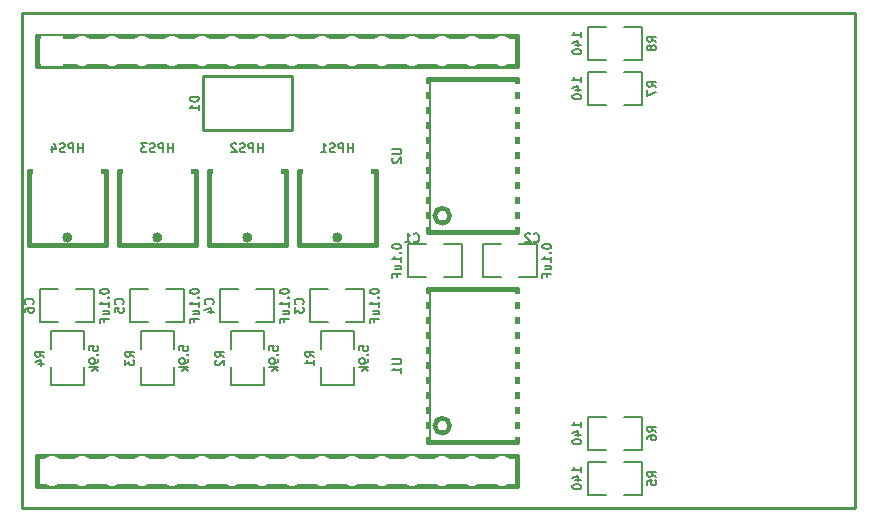
<source format=gbo>
G04 #@! TF.GenerationSoftware,KiCad,Pcbnew,6.0.0-rc1-unknown-ab92882~66~ubuntu18.04.1*
G04 #@! TF.CreationDate,2018-09-14T10:08:46-04:00*
G04 #@! TF.ProjectId,backlight_controller_3x2,6261636B6C696768745F636F6E74726F,1.0*
G04 #@! TF.SameCoordinates,Original*
G04 #@! TF.FileFunction,Legend,Bot*
G04 #@! TF.FilePolarity,Positive*
%FSLAX46Y46*%
G04 Gerber Fmt 4.6, Leading zero omitted, Abs format (unit mm)*
G04 Created by KiCad (PCBNEW 6.0.0-rc1-unknown-ab92882~66~ubuntu18.04.1) date Fri Sep 14 10:08:46 2018*
%MOMM*%
%LPD*%
G01*
G04 APERTURE LIST*
%ADD10C,0.228600*%
%ADD11C,0.127000*%
%ADD12C,0.381000*%
%ADD13C,0.190500*%
%ADD14R,1.270000X2.540000*%
%ADD15C,3.556000*%
%ADD16O,1.854200X2.540000*%
%ADD17R,1.854200X2.540000*%
%ADD18R,5.160000X4.000000*%
%ADD19R,1.640000X1.800000*%
%ADD20R,5.800000X6.400000*%
%ADD21R,0.800000X2.200000*%
%ADD22C,2.200000*%
%ADD23O,2.500000X1.500000*%
%ADD24C,3.000000*%
%ADD25O,2.032000X1.524000*%
%ADD26C,4.000000*%
%ADD27R,4.000000X3.000000*%
%ADD28O,4.000000X3.000000*%
%ADD29R,2.540000X1.270000*%
%ADD30R,2.140000X0.740000*%
G04 APERTURE END LIST*
D10*
X156210000Y-67945000D02*
X85725000Y-67945000D01*
X156210000Y-109855000D02*
X156210000Y-67945000D01*
X85725000Y-109855000D02*
X156210000Y-109855000D01*
X85725000Y-67945000D02*
X85725000Y-109855000D01*
D11*
G04 #@! TO.C,R5*
X136652000Y-105918000D02*
X138176000Y-105918000D01*
X138176000Y-105918000D02*
X138176000Y-108712000D01*
X138176000Y-108712000D02*
X136652000Y-108712000D01*
X135128000Y-108712000D02*
X133604000Y-108712000D01*
X133604000Y-108712000D02*
X133604000Y-105918000D01*
X133604000Y-105918000D02*
X135128000Y-105918000D01*
D12*
G04 #@! TO.C,MDB1*
X127635000Y-69850000D02*
X86995000Y-69850000D01*
X127635000Y-72390000D02*
X127635000Y-69850000D01*
X86995000Y-72390000D02*
X127635000Y-72390000D01*
X86995000Y-69850000D02*
X86995000Y-72390000D01*
X127635000Y-105410000D02*
X86995000Y-105410000D01*
X127635000Y-107950000D02*
X127635000Y-105410000D01*
X86995000Y-107950000D02*
X127635000Y-107950000D01*
X86995000Y-105410000D02*
X86995000Y-107950000D01*
D11*
G04 #@! TO.C,C1*
X119888000Y-90297000D02*
X118364000Y-90297000D01*
X118364000Y-90297000D02*
X118364000Y-87503000D01*
X118364000Y-87503000D02*
X119888000Y-87503000D01*
X121412000Y-87503000D02*
X122936000Y-87503000D01*
X122936000Y-87503000D02*
X122936000Y-90297000D01*
X122936000Y-90297000D02*
X121412000Y-90297000D01*
G04 #@! TO.C,C2*
X124714000Y-87503000D02*
X126238000Y-87503000D01*
X124714000Y-90297000D02*
X124714000Y-87503000D01*
X126238000Y-90297000D02*
X124714000Y-90297000D01*
X129286000Y-90297000D02*
X127762000Y-90297000D01*
X129286000Y-87503000D02*
X129286000Y-90297000D01*
X127762000Y-87503000D02*
X129286000Y-87503000D01*
G04 #@! TO.C,C3*
X113157000Y-91313000D02*
X114681000Y-91313000D01*
X114681000Y-91313000D02*
X114681000Y-94107000D01*
X114681000Y-94107000D02*
X113157000Y-94107000D01*
X111633000Y-94107000D02*
X110109000Y-94107000D01*
X110109000Y-94107000D02*
X110109000Y-91313000D01*
X110109000Y-91313000D02*
X111633000Y-91313000D01*
G04 #@! TO.C,C4*
X105537000Y-91313000D02*
X107061000Y-91313000D01*
X107061000Y-91313000D02*
X107061000Y-94107000D01*
X107061000Y-94107000D02*
X105537000Y-94107000D01*
X104013000Y-94107000D02*
X102489000Y-94107000D01*
X102489000Y-94107000D02*
X102489000Y-91313000D01*
X102489000Y-91313000D02*
X104013000Y-91313000D01*
G04 #@! TO.C,C5*
X97917000Y-91313000D02*
X99441000Y-91313000D01*
X99441000Y-91313000D02*
X99441000Y-94107000D01*
X99441000Y-94107000D02*
X97917000Y-94107000D01*
X96393000Y-94107000D02*
X94869000Y-94107000D01*
X94869000Y-94107000D02*
X94869000Y-91313000D01*
X94869000Y-91313000D02*
X96393000Y-91313000D01*
G04 #@! TO.C,C6*
X87249000Y-91313000D02*
X88773000Y-91313000D01*
X87249000Y-94107000D02*
X87249000Y-91313000D01*
X88773000Y-94107000D02*
X87249000Y-94107000D01*
X91821000Y-94107000D02*
X90297000Y-94107000D01*
X91821000Y-91313000D02*
X91821000Y-94107000D01*
X90297000Y-91313000D02*
X91821000Y-91313000D01*
D10*
G04 #@! TO.C,D1*
X108525000Y-77865000D02*
X108525000Y-73265000D01*
X108525000Y-73265000D02*
X101025000Y-73265000D01*
X101025000Y-73265000D02*
X101025000Y-77865000D01*
X101025000Y-77865000D02*
X108525000Y-77865000D01*
D12*
G04 #@! TO.C,HPS1*
X112618607Y-86935000D02*
G75*
G03X112618607Y-86935000I-223607J0D01*
G01*
X115645000Y-81345000D02*
X109145000Y-81345000D01*
X109145000Y-81345000D02*
X109145000Y-87565000D01*
X109145000Y-87565000D02*
X115645000Y-87565000D01*
X115645000Y-87565000D02*
X115645000Y-81345000D01*
G04 #@! TO.C,HPS2*
X104998607Y-86935000D02*
G75*
G03X104998607Y-86935000I-223607J0D01*
G01*
X108025000Y-81345000D02*
X101525000Y-81345000D01*
X101525000Y-81345000D02*
X101525000Y-87565000D01*
X101525000Y-87565000D02*
X108025000Y-87565000D01*
X108025000Y-87565000D02*
X108025000Y-81345000D01*
G04 #@! TO.C,HPS3*
X100405000Y-87565000D02*
X100405000Y-81345000D01*
X93905000Y-87565000D02*
X100405000Y-87565000D01*
X93905000Y-81345000D02*
X93905000Y-87565000D01*
X100405000Y-81345000D02*
X93905000Y-81345000D01*
X97378607Y-86935000D02*
G75*
G03X97378607Y-86935000I-223607J0D01*
G01*
G04 #@! TO.C,HPS4*
X92785000Y-87565000D02*
X92785000Y-81345000D01*
X86285000Y-87565000D02*
X92785000Y-87565000D01*
X86285000Y-81345000D02*
X86285000Y-87565000D01*
X92785000Y-81345000D02*
X86285000Y-81345000D01*
X89758607Y-86935000D02*
G75*
G03X89758607Y-86935000I-223607J0D01*
G01*
D11*
G04 #@! TO.C,R1*
X110998000Y-99441000D02*
X110998000Y-97917000D01*
X113792000Y-99441000D02*
X110998000Y-99441000D01*
X113792000Y-97917000D02*
X113792000Y-99441000D01*
X113792000Y-94869000D02*
X113792000Y-96393000D01*
X110998000Y-94869000D02*
X113792000Y-94869000D01*
X110998000Y-96393000D02*
X110998000Y-94869000D01*
G04 #@! TO.C,R2*
X103378000Y-99441000D02*
X103378000Y-97917000D01*
X106172000Y-99441000D02*
X103378000Y-99441000D01*
X106172000Y-97917000D02*
X106172000Y-99441000D01*
X106172000Y-94869000D02*
X106172000Y-96393000D01*
X103378000Y-94869000D02*
X106172000Y-94869000D01*
X103378000Y-96393000D02*
X103378000Y-94869000D01*
G04 #@! TO.C,R3*
X95758000Y-99441000D02*
X95758000Y-97917000D01*
X98552000Y-99441000D02*
X95758000Y-99441000D01*
X98552000Y-97917000D02*
X98552000Y-99441000D01*
X98552000Y-94869000D02*
X98552000Y-96393000D01*
X95758000Y-94869000D02*
X98552000Y-94869000D01*
X95758000Y-96393000D02*
X95758000Y-94869000D01*
G04 #@! TO.C,R4*
X88138000Y-96393000D02*
X88138000Y-94869000D01*
X88138000Y-94869000D02*
X90932000Y-94869000D01*
X90932000Y-94869000D02*
X90932000Y-96393000D01*
X90932000Y-97917000D02*
X90932000Y-99441000D01*
X90932000Y-99441000D02*
X88138000Y-99441000D01*
X88138000Y-99441000D02*
X88138000Y-97917000D01*
G04 #@! TO.C,R6*
X133604000Y-102108000D02*
X135128000Y-102108000D01*
X133604000Y-104902000D02*
X133604000Y-102108000D01*
X135128000Y-104902000D02*
X133604000Y-104902000D01*
X138176000Y-104902000D02*
X136652000Y-104902000D01*
X138176000Y-102108000D02*
X138176000Y-104902000D01*
X136652000Y-102108000D02*
X138176000Y-102108000D01*
G04 #@! TO.C,R7*
X136652000Y-72898000D02*
X138176000Y-72898000D01*
X138176000Y-72898000D02*
X138176000Y-75692000D01*
X138176000Y-75692000D02*
X136652000Y-75692000D01*
X135128000Y-75692000D02*
X133604000Y-75692000D01*
X133604000Y-75692000D02*
X133604000Y-72898000D01*
X133604000Y-72898000D02*
X135128000Y-72898000D01*
G04 #@! TO.C,R8*
X133604000Y-69088000D02*
X135128000Y-69088000D01*
X133604000Y-71882000D02*
X133604000Y-69088000D01*
X135128000Y-71882000D02*
X133604000Y-71882000D01*
X138176000Y-71882000D02*
X136652000Y-71882000D01*
X138176000Y-69088000D02*
X138176000Y-71882000D01*
X136652000Y-69088000D02*
X138176000Y-69088000D01*
D12*
G04 #@! TO.C,U1*
X121920000Y-102870000D02*
G75*
G03X121920000Y-102870000I-635000J0D01*
G01*
X120075000Y-104290000D02*
X120075000Y-91290000D01*
X120075000Y-91290000D02*
X127575000Y-91290000D01*
X127575000Y-91290000D02*
X127575000Y-104290000D01*
X127575000Y-104290000D02*
X120075000Y-104290000D01*
G04 #@! TO.C,U2*
X127575000Y-86510000D02*
X120075000Y-86510000D01*
X127575000Y-73510000D02*
X127575000Y-86510000D01*
X120075000Y-73510000D02*
X127575000Y-73510000D01*
X120075000Y-86510000D02*
X120075000Y-73510000D01*
X121920000Y-85090000D02*
G75*
G03X121920000Y-85090000I-635000J0D01*
G01*
G04 #@! TD*
G04 #@! TO.C,R5*
D13*
X139409714Y-107188000D02*
X139046857Y-106934000D01*
X139409714Y-106752571D02*
X138647714Y-106752571D01*
X138647714Y-107042857D01*
X138684000Y-107115428D01*
X138720285Y-107151714D01*
X138792857Y-107188000D01*
X138901714Y-107188000D01*
X138974285Y-107151714D01*
X139010571Y-107115428D01*
X139046857Y-107042857D01*
X139046857Y-106752571D01*
X138647714Y-107877428D02*
X138647714Y-107514571D01*
X139010571Y-107478285D01*
X138974285Y-107514571D01*
X138938000Y-107587142D01*
X138938000Y-107768571D01*
X138974285Y-107841142D01*
X139010571Y-107877428D01*
X139083142Y-107913714D01*
X139264571Y-107913714D01*
X139337142Y-107877428D01*
X139373428Y-107841142D01*
X139409714Y-107768571D01*
X139409714Y-107587142D01*
X139373428Y-107514571D01*
X139337142Y-107478285D01*
X133059714Y-106807000D02*
X133059714Y-106371571D01*
X133059714Y-106589285D02*
X132297714Y-106589285D01*
X132406571Y-106516714D01*
X132479142Y-106444142D01*
X132515428Y-106371571D01*
X132551714Y-107460142D02*
X133059714Y-107460142D01*
X132261428Y-107278714D02*
X132805714Y-107097285D01*
X132805714Y-107569000D01*
X132297714Y-108004428D02*
X132297714Y-108077000D01*
X132334000Y-108149571D01*
X132370285Y-108185857D01*
X132442857Y-108222142D01*
X132588000Y-108258428D01*
X132769428Y-108258428D01*
X132914571Y-108222142D01*
X132987142Y-108185857D01*
X133023428Y-108149571D01*
X133059714Y-108077000D01*
X133059714Y-108004428D01*
X133023428Y-107931857D01*
X132987142Y-107895571D01*
X132914571Y-107859285D01*
X132769428Y-107823000D01*
X132588000Y-107823000D01*
X132442857Y-107859285D01*
X132370285Y-107895571D01*
X132334000Y-107931857D01*
X132297714Y-108004428D01*
G04 #@! TO.C,C1*
X118872000Y-87267142D02*
X118908285Y-87303428D01*
X119017142Y-87339714D01*
X119089714Y-87339714D01*
X119198571Y-87303428D01*
X119271142Y-87230857D01*
X119307428Y-87158285D01*
X119343714Y-87013142D01*
X119343714Y-86904285D01*
X119307428Y-86759142D01*
X119271142Y-86686571D01*
X119198571Y-86614000D01*
X119089714Y-86577714D01*
X119017142Y-86577714D01*
X118908285Y-86614000D01*
X118872000Y-86650285D01*
X118146285Y-87339714D02*
X118581714Y-87339714D01*
X118364000Y-87339714D02*
X118364000Y-86577714D01*
X118436571Y-86686571D01*
X118509142Y-86759142D01*
X118581714Y-86795428D01*
X117057714Y-87648142D02*
X117057714Y-87720714D01*
X117094000Y-87793285D01*
X117130285Y-87829571D01*
X117202857Y-87865857D01*
X117348000Y-87902142D01*
X117529428Y-87902142D01*
X117674571Y-87865857D01*
X117747142Y-87829571D01*
X117783428Y-87793285D01*
X117819714Y-87720714D01*
X117819714Y-87648142D01*
X117783428Y-87575571D01*
X117747142Y-87539285D01*
X117674571Y-87503000D01*
X117529428Y-87466714D01*
X117348000Y-87466714D01*
X117202857Y-87503000D01*
X117130285Y-87539285D01*
X117094000Y-87575571D01*
X117057714Y-87648142D01*
X117747142Y-88228714D02*
X117783428Y-88265000D01*
X117819714Y-88228714D01*
X117783428Y-88192428D01*
X117747142Y-88228714D01*
X117819714Y-88228714D01*
X117819714Y-88990714D02*
X117819714Y-88555285D01*
X117819714Y-88773000D02*
X117057714Y-88773000D01*
X117166571Y-88700428D01*
X117239142Y-88627857D01*
X117275428Y-88555285D01*
X117311714Y-89643857D02*
X117819714Y-89643857D01*
X117311714Y-89317285D02*
X117710857Y-89317285D01*
X117783428Y-89353571D01*
X117819714Y-89426142D01*
X117819714Y-89535000D01*
X117783428Y-89607571D01*
X117747142Y-89643857D01*
X117420571Y-90260714D02*
X117420571Y-90006714D01*
X117819714Y-90006714D02*
X117057714Y-90006714D01*
X117057714Y-90369571D01*
G04 #@! TO.C,C2*
X129032000Y-87267142D02*
X129068285Y-87303428D01*
X129177142Y-87339714D01*
X129249714Y-87339714D01*
X129358571Y-87303428D01*
X129431142Y-87230857D01*
X129467428Y-87158285D01*
X129503714Y-87013142D01*
X129503714Y-86904285D01*
X129467428Y-86759142D01*
X129431142Y-86686571D01*
X129358571Y-86614000D01*
X129249714Y-86577714D01*
X129177142Y-86577714D01*
X129068285Y-86614000D01*
X129032000Y-86650285D01*
X128741714Y-86650285D02*
X128705428Y-86614000D01*
X128632857Y-86577714D01*
X128451428Y-86577714D01*
X128378857Y-86614000D01*
X128342571Y-86650285D01*
X128306285Y-86722857D01*
X128306285Y-86795428D01*
X128342571Y-86904285D01*
X128778000Y-87339714D01*
X128306285Y-87339714D01*
X129757714Y-87648142D02*
X129757714Y-87720714D01*
X129794000Y-87793285D01*
X129830285Y-87829571D01*
X129902857Y-87865857D01*
X130048000Y-87902142D01*
X130229428Y-87902142D01*
X130374571Y-87865857D01*
X130447142Y-87829571D01*
X130483428Y-87793285D01*
X130519714Y-87720714D01*
X130519714Y-87648142D01*
X130483428Y-87575571D01*
X130447142Y-87539285D01*
X130374571Y-87503000D01*
X130229428Y-87466714D01*
X130048000Y-87466714D01*
X129902857Y-87503000D01*
X129830285Y-87539285D01*
X129794000Y-87575571D01*
X129757714Y-87648142D01*
X130447142Y-88228714D02*
X130483428Y-88265000D01*
X130519714Y-88228714D01*
X130483428Y-88192428D01*
X130447142Y-88228714D01*
X130519714Y-88228714D01*
X130519714Y-88990714D02*
X130519714Y-88555285D01*
X130519714Y-88773000D02*
X129757714Y-88773000D01*
X129866571Y-88700428D01*
X129939142Y-88627857D01*
X129975428Y-88555285D01*
X130011714Y-89643857D02*
X130519714Y-89643857D01*
X130011714Y-89317285D02*
X130410857Y-89317285D01*
X130483428Y-89353571D01*
X130519714Y-89426142D01*
X130519714Y-89535000D01*
X130483428Y-89607571D01*
X130447142Y-89643857D01*
X130120571Y-90260714D02*
X130120571Y-90006714D01*
X130519714Y-90006714D02*
X129757714Y-90006714D01*
X129757714Y-90369571D01*
G04 #@! TO.C,C3*
X109492142Y-92583000D02*
X109528428Y-92546714D01*
X109564714Y-92437857D01*
X109564714Y-92365285D01*
X109528428Y-92256428D01*
X109455857Y-92183857D01*
X109383285Y-92147571D01*
X109238142Y-92111285D01*
X109129285Y-92111285D01*
X108984142Y-92147571D01*
X108911571Y-92183857D01*
X108839000Y-92256428D01*
X108802714Y-92365285D01*
X108802714Y-92437857D01*
X108839000Y-92546714D01*
X108875285Y-92583000D01*
X108802714Y-92837000D02*
X108802714Y-93308714D01*
X109093000Y-93054714D01*
X109093000Y-93163571D01*
X109129285Y-93236142D01*
X109165571Y-93272428D01*
X109238142Y-93308714D01*
X109419571Y-93308714D01*
X109492142Y-93272428D01*
X109528428Y-93236142D01*
X109564714Y-93163571D01*
X109564714Y-92945857D01*
X109528428Y-92873285D01*
X109492142Y-92837000D01*
X115152714Y-91458142D02*
X115152714Y-91530714D01*
X115189000Y-91603285D01*
X115225285Y-91639571D01*
X115297857Y-91675857D01*
X115443000Y-91712142D01*
X115624428Y-91712142D01*
X115769571Y-91675857D01*
X115842142Y-91639571D01*
X115878428Y-91603285D01*
X115914714Y-91530714D01*
X115914714Y-91458142D01*
X115878428Y-91385571D01*
X115842142Y-91349285D01*
X115769571Y-91313000D01*
X115624428Y-91276714D01*
X115443000Y-91276714D01*
X115297857Y-91313000D01*
X115225285Y-91349285D01*
X115189000Y-91385571D01*
X115152714Y-91458142D01*
X115842142Y-92038714D02*
X115878428Y-92075000D01*
X115914714Y-92038714D01*
X115878428Y-92002428D01*
X115842142Y-92038714D01*
X115914714Y-92038714D01*
X115914714Y-92800714D02*
X115914714Y-92365285D01*
X115914714Y-92583000D02*
X115152714Y-92583000D01*
X115261571Y-92510428D01*
X115334142Y-92437857D01*
X115370428Y-92365285D01*
X115406714Y-93453857D02*
X115914714Y-93453857D01*
X115406714Y-93127285D02*
X115805857Y-93127285D01*
X115878428Y-93163571D01*
X115914714Y-93236142D01*
X115914714Y-93345000D01*
X115878428Y-93417571D01*
X115842142Y-93453857D01*
X115515571Y-94070714D02*
X115515571Y-93816714D01*
X115914714Y-93816714D02*
X115152714Y-93816714D01*
X115152714Y-94179571D01*
G04 #@! TO.C,C4*
X101872142Y-92583000D02*
X101908428Y-92546714D01*
X101944714Y-92437857D01*
X101944714Y-92365285D01*
X101908428Y-92256428D01*
X101835857Y-92183857D01*
X101763285Y-92147571D01*
X101618142Y-92111285D01*
X101509285Y-92111285D01*
X101364142Y-92147571D01*
X101291571Y-92183857D01*
X101219000Y-92256428D01*
X101182714Y-92365285D01*
X101182714Y-92437857D01*
X101219000Y-92546714D01*
X101255285Y-92583000D01*
X101436714Y-93236142D02*
X101944714Y-93236142D01*
X101146428Y-93054714D02*
X101690714Y-92873285D01*
X101690714Y-93345000D01*
X107532714Y-91458142D02*
X107532714Y-91530714D01*
X107569000Y-91603285D01*
X107605285Y-91639571D01*
X107677857Y-91675857D01*
X107823000Y-91712142D01*
X108004428Y-91712142D01*
X108149571Y-91675857D01*
X108222142Y-91639571D01*
X108258428Y-91603285D01*
X108294714Y-91530714D01*
X108294714Y-91458142D01*
X108258428Y-91385571D01*
X108222142Y-91349285D01*
X108149571Y-91313000D01*
X108004428Y-91276714D01*
X107823000Y-91276714D01*
X107677857Y-91313000D01*
X107605285Y-91349285D01*
X107569000Y-91385571D01*
X107532714Y-91458142D01*
X108222142Y-92038714D02*
X108258428Y-92075000D01*
X108294714Y-92038714D01*
X108258428Y-92002428D01*
X108222142Y-92038714D01*
X108294714Y-92038714D01*
X108294714Y-92800714D02*
X108294714Y-92365285D01*
X108294714Y-92583000D02*
X107532714Y-92583000D01*
X107641571Y-92510428D01*
X107714142Y-92437857D01*
X107750428Y-92365285D01*
X107786714Y-93453857D02*
X108294714Y-93453857D01*
X107786714Y-93127285D02*
X108185857Y-93127285D01*
X108258428Y-93163571D01*
X108294714Y-93236142D01*
X108294714Y-93345000D01*
X108258428Y-93417571D01*
X108222142Y-93453857D01*
X107895571Y-94070714D02*
X107895571Y-93816714D01*
X108294714Y-93816714D02*
X107532714Y-93816714D01*
X107532714Y-94179571D01*
G04 #@! TO.C,C5*
X94252142Y-92583000D02*
X94288428Y-92546714D01*
X94324714Y-92437857D01*
X94324714Y-92365285D01*
X94288428Y-92256428D01*
X94215857Y-92183857D01*
X94143285Y-92147571D01*
X93998142Y-92111285D01*
X93889285Y-92111285D01*
X93744142Y-92147571D01*
X93671571Y-92183857D01*
X93599000Y-92256428D01*
X93562714Y-92365285D01*
X93562714Y-92437857D01*
X93599000Y-92546714D01*
X93635285Y-92583000D01*
X93562714Y-93272428D02*
X93562714Y-92909571D01*
X93925571Y-92873285D01*
X93889285Y-92909571D01*
X93853000Y-92982142D01*
X93853000Y-93163571D01*
X93889285Y-93236142D01*
X93925571Y-93272428D01*
X93998142Y-93308714D01*
X94179571Y-93308714D01*
X94252142Y-93272428D01*
X94288428Y-93236142D01*
X94324714Y-93163571D01*
X94324714Y-92982142D01*
X94288428Y-92909571D01*
X94252142Y-92873285D01*
X99912714Y-91458142D02*
X99912714Y-91530714D01*
X99949000Y-91603285D01*
X99985285Y-91639571D01*
X100057857Y-91675857D01*
X100203000Y-91712142D01*
X100384428Y-91712142D01*
X100529571Y-91675857D01*
X100602142Y-91639571D01*
X100638428Y-91603285D01*
X100674714Y-91530714D01*
X100674714Y-91458142D01*
X100638428Y-91385571D01*
X100602142Y-91349285D01*
X100529571Y-91313000D01*
X100384428Y-91276714D01*
X100203000Y-91276714D01*
X100057857Y-91313000D01*
X99985285Y-91349285D01*
X99949000Y-91385571D01*
X99912714Y-91458142D01*
X100602142Y-92038714D02*
X100638428Y-92075000D01*
X100674714Y-92038714D01*
X100638428Y-92002428D01*
X100602142Y-92038714D01*
X100674714Y-92038714D01*
X100674714Y-92800714D02*
X100674714Y-92365285D01*
X100674714Y-92583000D02*
X99912714Y-92583000D01*
X100021571Y-92510428D01*
X100094142Y-92437857D01*
X100130428Y-92365285D01*
X100166714Y-93453857D02*
X100674714Y-93453857D01*
X100166714Y-93127285D02*
X100565857Y-93127285D01*
X100638428Y-93163571D01*
X100674714Y-93236142D01*
X100674714Y-93345000D01*
X100638428Y-93417571D01*
X100602142Y-93453857D01*
X100275571Y-94070714D02*
X100275571Y-93816714D01*
X100674714Y-93816714D02*
X99912714Y-93816714D01*
X99912714Y-94179571D01*
G04 #@! TO.C,C6*
X86632142Y-92583000D02*
X86668428Y-92546714D01*
X86704714Y-92437857D01*
X86704714Y-92365285D01*
X86668428Y-92256428D01*
X86595857Y-92183857D01*
X86523285Y-92147571D01*
X86378142Y-92111285D01*
X86269285Y-92111285D01*
X86124142Y-92147571D01*
X86051571Y-92183857D01*
X85979000Y-92256428D01*
X85942714Y-92365285D01*
X85942714Y-92437857D01*
X85979000Y-92546714D01*
X86015285Y-92583000D01*
X85942714Y-93236142D02*
X85942714Y-93091000D01*
X85979000Y-93018428D01*
X86015285Y-92982142D01*
X86124142Y-92909571D01*
X86269285Y-92873285D01*
X86559571Y-92873285D01*
X86632142Y-92909571D01*
X86668428Y-92945857D01*
X86704714Y-93018428D01*
X86704714Y-93163571D01*
X86668428Y-93236142D01*
X86632142Y-93272428D01*
X86559571Y-93308714D01*
X86378142Y-93308714D01*
X86305571Y-93272428D01*
X86269285Y-93236142D01*
X86233000Y-93163571D01*
X86233000Y-93018428D01*
X86269285Y-92945857D01*
X86305571Y-92909571D01*
X86378142Y-92873285D01*
X92292714Y-91458142D02*
X92292714Y-91530714D01*
X92329000Y-91603285D01*
X92365285Y-91639571D01*
X92437857Y-91675857D01*
X92583000Y-91712142D01*
X92764428Y-91712142D01*
X92909571Y-91675857D01*
X92982142Y-91639571D01*
X93018428Y-91603285D01*
X93054714Y-91530714D01*
X93054714Y-91458142D01*
X93018428Y-91385571D01*
X92982142Y-91349285D01*
X92909571Y-91313000D01*
X92764428Y-91276714D01*
X92583000Y-91276714D01*
X92437857Y-91313000D01*
X92365285Y-91349285D01*
X92329000Y-91385571D01*
X92292714Y-91458142D01*
X92982142Y-92038714D02*
X93018428Y-92075000D01*
X93054714Y-92038714D01*
X93018428Y-92002428D01*
X92982142Y-92038714D01*
X93054714Y-92038714D01*
X93054714Y-92800714D02*
X93054714Y-92365285D01*
X93054714Y-92583000D02*
X92292714Y-92583000D01*
X92401571Y-92510428D01*
X92474142Y-92437857D01*
X92510428Y-92365285D01*
X92546714Y-93453857D02*
X93054714Y-93453857D01*
X92546714Y-93127285D02*
X92945857Y-93127285D01*
X93018428Y-93163571D01*
X93054714Y-93236142D01*
X93054714Y-93345000D01*
X93018428Y-93417571D01*
X92982142Y-93453857D01*
X92655571Y-94070714D02*
X92655571Y-93816714D01*
X93054714Y-93816714D02*
X92292714Y-93816714D01*
X92292714Y-94179571D01*
G04 #@! TO.C,D1*
X100674714Y-75002571D02*
X99912714Y-75002571D01*
X99912714Y-75184000D01*
X99949000Y-75292857D01*
X100021571Y-75365428D01*
X100094142Y-75401714D01*
X100239285Y-75438000D01*
X100348142Y-75438000D01*
X100493285Y-75401714D01*
X100565857Y-75365428D01*
X100638428Y-75292857D01*
X100674714Y-75184000D01*
X100674714Y-75002571D01*
X100674714Y-76163714D02*
X100674714Y-75728285D01*
X100674714Y-75946000D02*
X99912714Y-75946000D01*
X100021571Y-75873428D01*
X100094142Y-75800857D01*
X100130428Y-75728285D01*
G04 #@! TO.C,HPS1*
X113719428Y-79719714D02*
X113719428Y-78957714D01*
X113719428Y-79320571D02*
X113284000Y-79320571D01*
X113284000Y-79719714D02*
X113284000Y-78957714D01*
X112921142Y-79719714D02*
X112921142Y-78957714D01*
X112630857Y-78957714D01*
X112558285Y-78994000D01*
X112522000Y-79030285D01*
X112485714Y-79102857D01*
X112485714Y-79211714D01*
X112522000Y-79284285D01*
X112558285Y-79320571D01*
X112630857Y-79356857D01*
X112921142Y-79356857D01*
X112195428Y-79683428D02*
X112086571Y-79719714D01*
X111905142Y-79719714D01*
X111832571Y-79683428D01*
X111796285Y-79647142D01*
X111760000Y-79574571D01*
X111760000Y-79502000D01*
X111796285Y-79429428D01*
X111832571Y-79393142D01*
X111905142Y-79356857D01*
X112050285Y-79320571D01*
X112122857Y-79284285D01*
X112159142Y-79248000D01*
X112195428Y-79175428D01*
X112195428Y-79102857D01*
X112159142Y-79030285D01*
X112122857Y-78994000D01*
X112050285Y-78957714D01*
X111868857Y-78957714D01*
X111760000Y-78994000D01*
X111034285Y-79719714D02*
X111469714Y-79719714D01*
X111252000Y-79719714D02*
X111252000Y-78957714D01*
X111324571Y-79066571D01*
X111397142Y-79139142D01*
X111469714Y-79175428D01*
G04 #@! TO.C,HPS2*
X106099428Y-79719714D02*
X106099428Y-78957714D01*
X106099428Y-79320571D02*
X105664000Y-79320571D01*
X105664000Y-79719714D02*
X105664000Y-78957714D01*
X105301142Y-79719714D02*
X105301142Y-78957714D01*
X105010857Y-78957714D01*
X104938285Y-78994000D01*
X104902000Y-79030285D01*
X104865714Y-79102857D01*
X104865714Y-79211714D01*
X104902000Y-79284285D01*
X104938285Y-79320571D01*
X105010857Y-79356857D01*
X105301142Y-79356857D01*
X104575428Y-79683428D02*
X104466571Y-79719714D01*
X104285142Y-79719714D01*
X104212571Y-79683428D01*
X104176285Y-79647142D01*
X104140000Y-79574571D01*
X104140000Y-79502000D01*
X104176285Y-79429428D01*
X104212571Y-79393142D01*
X104285142Y-79356857D01*
X104430285Y-79320571D01*
X104502857Y-79284285D01*
X104539142Y-79248000D01*
X104575428Y-79175428D01*
X104575428Y-79102857D01*
X104539142Y-79030285D01*
X104502857Y-78994000D01*
X104430285Y-78957714D01*
X104248857Y-78957714D01*
X104140000Y-78994000D01*
X103849714Y-79030285D02*
X103813428Y-78994000D01*
X103740857Y-78957714D01*
X103559428Y-78957714D01*
X103486857Y-78994000D01*
X103450571Y-79030285D01*
X103414285Y-79102857D01*
X103414285Y-79175428D01*
X103450571Y-79284285D01*
X103886000Y-79719714D01*
X103414285Y-79719714D01*
G04 #@! TO.C,HPS3*
X98479428Y-79719714D02*
X98479428Y-78957714D01*
X98479428Y-79320571D02*
X98044000Y-79320571D01*
X98044000Y-79719714D02*
X98044000Y-78957714D01*
X97681142Y-79719714D02*
X97681142Y-78957714D01*
X97390857Y-78957714D01*
X97318285Y-78994000D01*
X97282000Y-79030285D01*
X97245714Y-79102857D01*
X97245714Y-79211714D01*
X97282000Y-79284285D01*
X97318285Y-79320571D01*
X97390857Y-79356857D01*
X97681142Y-79356857D01*
X96955428Y-79683428D02*
X96846571Y-79719714D01*
X96665142Y-79719714D01*
X96592571Y-79683428D01*
X96556285Y-79647142D01*
X96520000Y-79574571D01*
X96520000Y-79502000D01*
X96556285Y-79429428D01*
X96592571Y-79393142D01*
X96665142Y-79356857D01*
X96810285Y-79320571D01*
X96882857Y-79284285D01*
X96919142Y-79248000D01*
X96955428Y-79175428D01*
X96955428Y-79102857D01*
X96919142Y-79030285D01*
X96882857Y-78994000D01*
X96810285Y-78957714D01*
X96628857Y-78957714D01*
X96520000Y-78994000D01*
X96266000Y-78957714D02*
X95794285Y-78957714D01*
X96048285Y-79248000D01*
X95939428Y-79248000D01*
X95866857Y-79284285D01*
X95830571Y-79320571D01*
X95794285Y-79393142D01*
X95794285Y-79574571D01*
X95830571Y-79647142D01*
X95866857Y-79683428D01*
X95939428Y-79719714D01*
X96157142Y-79719714D01*
X96229714Y-79683428D01*
X96266000Y-79647142D01*
G04 #@! TO.C,HPS4*
X90859428Y-79719714D02*
X90859428Y-78957714D01*
X90859428Y-79320571D02*
X90424000Y-79320571D01*
X90424000Y-79719714D02*
X90424000Y-78957714D01*
X90061142Y-79719714D02*
X90061142Y-78957714D01*
X89770857Y-78957714D01*
X89698285Y-78994000D01*
X89662000Y-79030285D01*
X89625714Y-79102857D01*
X89625714Y-79211714D01*
X89662000Y-79284285D01*
X89698285Y-79320571D01*
X89770857Y-79356857D01*
X90061142Y-79356857D01*
X89335428Y-79683428D02*
X89226571Y-79719714D01*
X89045142Y-79719714D01*
X88972571Y-79683428D01*
X88936285Y-79647142D01*
X88900000Y-79574571D01*
X88900000Y-79502000D01*
X88936285Y-79429428D01*
X88972571Y-79393142D01*
X89045142Y-79356857D01*
X89190285Y-79320571D01*
X89262857Y-79284285D01*
X89299142Y-79248000D01*
X89335428Y-79175428D01*
X89335428Y-79102857D01*
X89299142Y-79030285D01*
X89262857Y-78994000D01*
X89190285Y-78957714D01*
X89008857Y-78957714D01*
X88900000Y-78994000D01*
X88246857Y-79211714D02*
X88246857Y-79719714D01*
X88428285Y-78921428D02*
X88609714Y-79465714D01*
X88138000Y-79465714D01*
G04 #@! TO.C,R1*
X110453714Y-97028000D02*
X110090857Y-96774000D01*
X110453714Y-96592571D02*
X109691714Y-96592571D01*
X109691714Y-96882857D01*
X109728000Y-96955428D01*
X109764285Y-96991714D01*
X109836857Y-97028000D01*
X109945714Y-97028000D01*
X110018285Y-96991714D01*
X110054571Y-96955428D01*
X110090857Y-96882857D01*
X110090857Y-96592571D01*
X110453714Y-97753714D02*
X110453714Y-97318285D01*
X110453714Y-97536000D02*
X109691714Y-97536000D01*
X109800571Y-97463428D01*
X109873142Y-97390857D01*
X109909428Y-97318285D01*
X114263714Y-96483714D02*
X114263714Y-96120857D01*
X114626571Y-96084571D01*
X114590285Y-96120857D01*
X114554000Y-96193428D01*
X114554000Y-96374857D01*
X114590285Y-96447428D01*
X114626571Y-96483714D01*
X114699142Y-96520000D01*
X114880571Y-96520000D01*
X114953142Y-96483714D01*
X114989428Y-96447428D01*
X115025714Y-96374857D01*
X115025714Y-96193428D01*
X114989428Y-96120857D01*
X114953142Y-96084571D01*
X114953142Y-96846571D02*
X114989428Y-96882857D01*
X115025714Y-96846571D01*
X114989428Y-96810285D01*
X114953142Y-96846571D01*
X115025714Y-96846571D01*
X115025714Y-97245714D02*
X115025714Y-97390857D01*
X114989428Y-97463428D01*
X114953142Y-97499714D01*
X114844285Y-97572285D01*
X114699142Y-97608571D01*
X114408857Y-97608571D01*
X114336285Y-97572285D01*
X114300000Y-97536000D01*
X114263714Y-97463428D01*
X114263714Y-97318285D01*
X114300000Y-97245714D01*
X114336285Y-97209428D01*
X114408857Y-97173142D01*
X114590285Y-97173142D01*
X114662857Y-97209428D01*
X114699142Y-97245714D01*
X114735428Y-97318285D01*
X114735428Y-97463428D01*
X114699142Y-97536000D01*
X114662857Y-97572285D01*
X114590285Y-97608571D01*
X115025714Y-97935142D02*
X114263714Y-97935142D01*
X114735428Y-98007714D02*
X115025714Y-98225428D01*
X114517714Y-98225428D02*
X114808000Y-97935142D01*
G04 #@! TO.C,R2*
X102833714Y-97028000D02*
X102470857Y-96774000D01*
X102833714Y-96592571D02*
X102071714Y-96592571D01*
X102071714Y-96882857D01*
X102108000Y-96955428D01*
X102144285Y-96991714D01*
X102216857Y-97028000D01*
X102325714Y-97028000D01*
X102398285Y-96991714D01*
X102434571Y-96955428D01*
X102470857Y-96882857D01*
X102470857Y-96592571D01*
X102144285Y-97318285D02*
X102108000Y-97354571D01*
X102071714Y-97427142D01*
X102071714Y-97608571D01*
X102108000Y-97681142D01*
X102144285Y-97717428D01*
X102216857Y-97753714D01*
X102289428Y-97753714D01*
X102398285Y-97717428D01*
X102833714Y-97282000D01*
X102833714Y-97753714D01*
X106643714Y-96483714D02*
X106643714Y-96120857D01*
X107006571Y-96084571D01*
X106970285Y-96120857D01*
X106934000Y-96193428D01*
X106934000Y-96374857D01*
X106970285Y-96447428D01*
X107006571Y-96483714D01*
X107079142Y-96520000D01*
X107260571Y-96520000D01*
X107333142Y-96483714D01*
X107369428Y-96447428D01*
X107405714Y-96374857D01*
X107405714Y-96193428D01*
X107369428Y-96120857D01*
X107333142Y-96084571D01*
X107333142Y-96846571D02*
X107369428Y-96882857D01*
X107405714Y-96846571D01*
X107369428Y-96810285D01*
X107333142Y-96846571D01*
X107405714Y-96846571D01*
X107405714Y-97245714D02*
X107405714Y-97390857D01*
X107369428Y-97463428D01*
X107333142Y-97499714D01*
X107224285Y-97572285D01*
X107079142Y-97608571D01*
X106788857Y-97608571D01*
X106716285Y-97572285D01*
X106680000Y-97536000D01*
X106643714Y-97463428D01*
X106643714Y-97318285D01*
X106680000Y-97245714D01*
X106716285Y-97209428D01*
X106788857Y-97173142D01*
X106970285Y-97173142D01*
X107042857Y-97209428D01*
X107079142Y-97245714D01*
X107115428Y-97318285D01*
X107115428Y-97463428D01*
X107079142Y-97536000D01*
X107042857Y-97572285D01*
X106970285Y-97608571D01*
X107405714Y-97935142D02*
X106643714Y-97935142D01*
X107115428Y-98007714D02*
X107405714Y-98225428D01*
X106897714Y-98225428D02*
X107188000Y-97935142D01*
G04 #@! TO.C,R3*
X95213714Y-97028000D02*
X94850857Y-96774000D01*
X95213714Y-96592571D02*
X94451714Y-96592571D01*
X94451714Y-96882857D01*
X94488000Y-96955428D01*
X94524285Y-96991714D01*
X94596857Y-97028000D01*
X94705714Y-97028000D01*
X94778285Y-96991714D01*
X94814571Y-96955428D01*
X94850857Y-96882857D01*
X94850857Y-96592571D01*
X94451714Y-97282000D02*
X94451714Y-97753714D01*
X94742000Y-97499714D01*
X94742000Y-97608571D01*
X94778285Y-97681142D01*
X94814571Y-97717428D01*
X94887142Y-97753714D01*
X95068571Y-97753714D01*
X95141142Y-97717428D01*
X95177428Y-97681142D01*
X95213714Y-97608571D01*
X95213714Y-97390857D01*
X95177428Y-97318285D01*
X95141142Y-97282000D01*
X99023714Y-96483714D02*
X99023714Y-96120857D01*
X99386571Y-96084571D01*
X99350285Y-96120857D01*
X99314000Y-96193428D01*
X99314000Y-96374857D01*
X99350285Y-96447428D01*
X99386571Y-96483714D01*
X99459142Y-96520000D01*
X99640571Y-96520000D01*
X99713142Y-96483714D01*
X99749428Y-96447428D01*
X99785714Y-96374857D01*
X99785714Y-96193428D01*
X99749428Y-96120857D01*
X99713142Y-96084571D01*
X99713142Y-96846571D02*
X99749428Y-96882857D01*
X99785714Y-96846571D01*
X99749428Y-96810285D01*
X99713142Y-96846571D01*
X99785714Y-96846571D01*
X99785714Y-97245714D02*
X99785714Y-97390857D01*
X99749428Y-97463428D01*
X99713142Y-97499714D01*
X99604285Y-97572285D01*
X99459142Y-97608571D01*
X99168857Y-97608571D01*
X99096285Y-97572285D01*
X99060000Y-97536000D01*
X99023714Y-97463428D01*
X99023714Y-97318285D01*
X99060000Y-97245714D01*
X99096285Y-97209428D01*
X99168857Y-97173142D01*
X99350285Y-97173142D01*
X99422857Y-97209428D01*
X99459142Y-97245714D01*
X99495428Y-97318285D01*
X99495428Y-97463428D01*
X99459142Y-97536000D01*
X99422857Y-97572285D01*
X99350285Y-97608571D01*
X99785714Y-97935142D02*
X99023714Y-97935142D01*
X99495428Y-98007714D02*
X99785714Y-98225428D01*
X99277714Y-98225428D02*
X99568000Y-97935142D01*
G04 #@! TO.C,R4*
X87593714Y-97028000D02*
X87230857Y-96774000D01*
X87593714Y-96592571D02*
X86831714Y-96592571D01*
X86831714Y-96882857D01*
X86868000Y-96955428D01*
X86904285Y-96991714D01*
X86976857Y-97028000D01*
X87085714Y-97028000D01*
X87158285Y-96991714D01*
X87194571Y-96955428D01*
X87230857Y-96882857D01*
X87230857Y-96592571D01*
X87085714Y-97681142D02*
X87593714Y-97681142D01*
X86795428Y-97499714D02*
X87339714Y-97318285D01*
X87339714Y-97790000D01*
X91403714Y-96483714D02*
X91403714Y-96120857D01*
X91766571Y-96084571D01*
X91730285Y-96120857D01*
X91694000Y-96193428D01*
X91694000Y-96374857D01*
X91730285Y-96447428D01*
X91766571Y-96483714D01*
X91839142Y-96520000D01*
X92020571Y-96520000D01*
X92093142Y-96483714D01*
X92129428Y-96447428D01*
X92165714Y-96374857D01*
X92165714Y-96193428D01*
X92129428Y-96120857D01*
X92093142Y-96084571D01*
X92093142Y-96846571D02*
X92129428Y-96882857D01*
X92165714Y-96846571D01*
X92129428Y-96810285D01*
X92093142Y-96846571D01*
X92165714Y-96846571D01*
X92165714Y-97245714D02*
X92165714Y-97390857D01*
X92129428Y-97463428D01*
X92093142Y-97499714D01*
X91984285Y-97572285D01*
X91839142Y-97608571D01*
X91548857Y-97608571D01*
X91476285Y-97572285D01*
X91440000Y-97536000D01*
X91403714Y-97463428D01*
X91403714Y-97318285D01*
X91440000Y-97245714D01*
X91476285Y-97209428D01*
X91548857Y-97173142D01*
X91730285Y-97173142D01*
X91802857Y-97209428D01*
X91839142Y-97245714D01*
X91875428Y-97318285D01*
X91875428Y-97463428D01*
X91839142Y-97536000D01*
X91802857Y-97572285D01*
X91730285Y-97608571D01*
X92165714Y-97935142D02*
X91403714Y-97935142D01*
X91875428Y-98007714D02*
X92165714Y-98225428D01*
X91657714Y-98225428D02*
X91948000Y-97935142D01*
G04 #@! TO.C,R6*
X139409714Y-103378000D02*
X139046857Y-103124000D01*
X139409714Y-102942571D02*
X138647714Y-102942571D01*
X138647714Y-103232857D01*
X138684000Y-103305428D01*
X138720285Y-103341714D01*
X138792857Y-103378000D01*
X138901714Y-103378000D01*
X138974285Y-103341714D01*
X139010571Y-103305428D01*
X139046857Y-103232857D01*
X139046857Y-102942571D01*
X138647714Y-104031142D02*
X138647714Y-103886000D01*
X138684000Y-103813428D01*
X138720285Y-103777142D01*
X138829142Y-103704571D01*
X138974285Y-103668285D01*
X139264571Y-103668285D01*
X139337142Y-103704571D01*
X139373428Y-103740857D01*
X139409714Y-103813428D01*
X139409714Y-103958571D01*
X139373428Y-104031142D01*
X139337142Y-104067428D01*
X139264571Y-104103714D01*
X139083142Y-104103714D01*
X139010571Y-104067428D01*
X138974285Y-104031142D01*
X138938000Y-103958571D01*
X138938000Y-103813428D01*
X138974285Y-103740857D01*
X139010571Y-103704571D01*
X139083142Y-103668285D01*
X133059714Y-102997000D02*
X133059714Y-102561571D01*
X133059714Y-102779285D02*
X132297714Y-102779285D01*
X132406571Y-102706714D01*
X132479142Y-102634142D01*
X132515428Y-102561571D01*
X132551714Y-103650142D02*
X133059714Y-103650142D01*
X132261428Y-103468714D02*
X132805714Y-103287285D01*
X132805714Y-103759000D01*
X132297714Y-104194428D02*
X132297714Y-104267000D01*
X132334000Y-104339571D01*
X132370285Y-104375857D01*
X132442857Y-104412142D01*
X132588000Y-104448428D01*
X132769428Y-104448428D01*
X132914571Y-104412142D01*
X132987142Y-104375857D01*
X133023428Y-104339571D01*
X133059714Y-104267000D01*
X133059714Y-104194428D01*
X133023428Y-104121857D01*
X132987142Y-104085571D01*
X132914571Y-104049285D01*
X132769428Y-104013000D01*
X132588000Y-104013000D01*
X132442857Y-104049285D01*
X132370285Y-104085571D01*
X132334000Y-104121857D01*
X132297714Y-104194428D01*
G04 #@! TO.C,R7*
X139409714Y-74168000D02*
X139046857Y-73914000D01*
X139409714Y-73732571D02*
X138647714Y-73732571D01*
X138647714Y-74022857D01*
X138684000Y-74095428D01*
X138720285Y-74131714D01*
X138792857Y-74168000D01*
X138901714Y-74168000D01*
X138974285Y-74131714D01*
X139010571Y-74095428D01*
X139046857Y-74022857D01*
X139046857Y-73732571D01*
X138647714Y-74422000D02*
X138647714Y-74930000D01*
X139409714Y-74603428D01*
X133059714Y-73787000D02*
X133059714Y-73351571D01*
X133059714Y-73569285D02*
X132297714Y-73569285D01*
X132406571Y-73496714D01*
X132479142Y-73424142D01*
X132515428Y-73351571D01*
X132551714Y-74440142D02*
X133059714Y-74440142D01*
X132261428Y-74258714D02*
X132805714Y-74077285D01*
X132805714Y-74549000D01*
X132297714Y-74984428D02*
X132297714Y-75057000D01*
X132334000Y-75129571D01*
X132370285Y-75165857D01*
X132442857Y-75202142D01*
X132588000Y-75238428D01*
X132769428Y-75238428D01*
X132914571Y-75202142D01*
X132987142Y-75165857D01*
X133023428Y-75129571D01*
X133059714Y-75057000D01*
X133059714Y-74984428D01*
X133023428Y-74911857D01*
X132987142Y-74875571D01*
X132914571Y-74839285D01*
X132769428Y-74803000D01*
X132588000Y-74803000D01*
X132442857Y-74839285D01*
X132370285Y-74875571D01*
X132334000Y-74911857D01*
X132297714Y-74984428D01*
G04 #@! TO.C,R8*
X139409714Y-70358000D02*
X139046857Y-70104000D01*
X139409714Y-69922571D02*
X138647714Y-69922571D01*
X138647714Y-70212857D01*
X138684000Y-70285428D01*
X138720285Y-70321714D01*
X138792857Y-70358000D01*
X138901714Y-70358000D01*
X138974285Y-70321714D01*
X139010571Y-70285428D01*
X139046857Y-70212857D01*
X139046857Y-69922571D01*
X138974285Y-70793428D02*
X138938000Y-70720857D01*
X138901714Y-70684571D01*
X138829142Y-70648285D01*
X138792857Y-70648285D01*
X138720285Y-70684571D01*
X138684000Y-70720857D01*
X138647714Y-70793428D01*
X138647714Y-70938571D01*
X138684000Y-71011142D01*
X138720285Y-71047428D01*
X138792857Y-71083714D01*
X138829142Y-71083714D01*
X138901714Y-71047428D01*
X138938000Y-71011142D01*
X138974285Y-70938571D01*
X138974285Y-70793428D01*
X139010571Y-70720857D01*
X139046857Y-70684571D01*
X139119428Y-70648285D01*
X139264571Y-70648285D01*
X139337142Y-70684571D01*
X139373428Y-70720857D01*
X139409714Y-70793428D01*
X139409714Y-70938571D01*
X139373428Y-71011142D01*
X139337142Y-71047428D01*
X139264571Y-71083714D01*
X139119428Y-71083714D01*
X139046857Y-71047428D01*
X139010571Y-71011142D01*
X138974285Y-70938571D01*
X133059714Y-69977000D02*
X133059714Y-69541571D01*
X133059714Y-69759285D02*
X132297714Y-69759285D01*
X132406571Y-69686714D01*
X132479142Y-69614142D01*
X132515428Y-69541571D01*
X132551714Y-70630142D02*
X133059714Y-70630142D01*
X132261428Y-70448714D02*
X132805714Y-70267285D01*
X132805714Y-70739000D01*
X132297714Y-71174428D02*
X132297714Y-71247000D01*
X132334000Y-71319571D01*
X132370285Y-71355857D01*
X132442857Y-71392142D01*
X132588000Y-71428428D01*
X132769428Y-71428428D01*
X132914571Y-71392142D01*
X132987142Y-71355857D01*
X133023428Y-71319571D01*
X133059714Y-71247000D01*
X133059714Y-71174428D01*
X133023428Y-71101857D01*
X132987142Y-71065571D01*
X132914571Y-71029285D01*
X132769428Y-70993000D01*
X132588000Y-70993000D01*
X132442857Y-71029285D01*
X132370285Y-71065571D01*
X132334000Y-71101857D01*
X132297714Y-71174428D01*
G04 #@! TO.C,U1*
X117057714Y-97209428D02*
X117674571Y-97209428D01*
X117747142Y-97245714D01*
X117783428Y-97282000D01*
X117819714Y-97354571D01*
X117819714Y-97499714D01*
X117783428Y-97572285D01*
X117747142Y-97608571D01*
X117674571Y-97644857D01*
X117057714Y-97644857D01*
X117819714Y-98406857D02*
X117819714Y-97971428D01*
X117819714Y-98189142D02*
X117057714Y-98189142D01*
X117166571Y-98116571D01*
X117239142Y-98044000D01*
X117275428Y-97971428D01*
G04 #@! TO.C,U2*
X117057714Y-79429428D02*
X117674571Y-79429428D01*
X117747142Y-79465714D01*
X117783428Y-79502000D01*
X117819714Y-79574571D01*
X117819714Y-79719714D01*
X117783428Y-79792285D01*
X117747142Y-79828571D01*
X117674571Y-79864857D01*
X117057714Y-79864857D01*
X117130285Y-80191428D02*
X117094000Y-80227714D01*
X117057714Y-80300285D01*
X117057714Y-80481714D01*
X117094000Y-80554285D01*
X117130285Y-80590571D01*
X117202857Y-80626857D01*
X117275428Y-80626857D01*
X117384285Y-80590571D01*
X117819714Y-80155142D01*
X117819714Y-80626857D01*
G04 #@! TD*
%LPC*%
D14*
G04 #@! TO.C,R5*
X137414000Y-107315000D03*
X134366000Y-107315000D03*
G04 #@! TD*
D15*
G04 #@! TO.C,MDB1*
X130175000Y-71120000D03*
X130175000Y-106680000D03*
X89535000Y-101600000D03*
X89535000Y-76200000D03*
D16*
X88265000Y-106680000D03*
X90805000Y-106680000D03*
X93345000Y-106680000D03*
X95885000Y-106680000D03*
X98425000Y-106680000D03*
X100965000Y-106680000D03*
X103505000Y-106680000D03*
X106045000Y-106680000D03*
X108585000Y-106680000D03*
X111125000Y-106680000D03*
X113665000Y-106680000D03*
X116205000Y-106680000D03*
X118745000Y-106680000D03*
X121285000Y-106680000D03*
X123825000Y-106680000D03*
X126365000Y-106680000D03*
X126365000Y-71120000D03*
X123825000Y-71120000D03*
X121285000Y-71120000D03*
X118745000Y-71120000D03*
X116205000Y-71120000D03*
X113665000Y-71120000D03*
X111125000Y-71120000D03*
X108585000Y-71120000D03*
X106045000Y-71120000D03*
X103505000Y-71120000D03*
X100965000Y-71120000D03*
X98425000Y-71120000D03*
X95885000Y-71120000D03*
D17*
X88265000Y-71120000D03*
D16*
X93345000Y-71120000D03*
X90805000Y-71120000D03*
G04 #@! TD*
D14*
G04 #@! TO.C,C1*
X119126000Y-88900000D03*
X122174000Y-88900000D03*
G04 #@! TD*
G04 #@! TO.C,C2*
X125476000Y-88900000D03*
X128524000Y-88900000D03*
G04 #@! TD*
G04 #@! TO.C,C3*
X113919000Y-92710000D03*
X110871000Y-92710000D03*
G04 #@! TD*
G04 #@! TO.C,C4*
X106299000Y-92710000D03*
X103251000Y-92710000D03*
G04 #@! TD*
G04 #@! TO.C,C5*
X98679000Y-92710000D03*
X95631000Y-92710000D03*
G04 #@! TD*
G04 #@! TO.C,C6*
X88011000Y-92710000D03*
X91059000Y-92710000D03*
G04 #@! TD*
D18*
G04 #@! TO.C,D1*
X103755000Y-75565000D03*
D19*
X107555000Y-76630000D03*
X107555000Y-74500000D03*
G04 #@! TD*
D20*
G04 #@! TO.C,HPS1*
X112395000Y-83235000D03*
D21*
X114675000Y-89535000D03*
X113535000Y-89535000D03*
X111255000Y-89535000D03*
X110115000Y-89535000D03*
G04 #@! TD*
D20*
G04 #@! TO.C,HPS2*
X104775000Y-83235000D03*
D21*
X107055000Y-89535000D03*
X105915000Y-89535000D03*
X103635000Y-89535000D03*
X102495000Y-89535000D03*
G04 #@! TD*
G04 #@! TO.C,HPS3*
X94875000Y-89535000D03*
X96015000Y-89535000D03*
X98295000Y-89535000D03*
X99435000Y-89535000D03*
D20*
X97155000Y-83235000D03*
G04 #@! TD*
D21*
G04 #@! TO.C,HPS4*
X87255000Y-89535000D03*
X88395000Y-89535000D03*
X90675000Y-89535000D03*
X91815000Y-89535000D03*
D20*
X89535000Y-83235000D03*
G04 #@! TD*
D22*
G04 #@! TO.C,J1*
X97992000Y-101400000D03*
X97992000Y-76400000D03*
G04 #@! TD*
G04 #@! TO.C,J2*
X116788000Y-101400000D03*
X116788000Y-76400000D03*
G04 #@! TD*
D23*
G04 #@! TO.C,J3*
X151130000Y-72390000D03*
X149362200Y-74157800D03*
X149362200Y-70622200D03*
X152897800Y-70622200D03*
X152897800Y-74157800D03*
D24*
X144130000Y-72390000D03*
G04 #@! TD*
G04 #@! TO.C,J4*
X144130000Y-105410000D03*
D23*
X152897800Y-107177800D03*
X152897800Y-103642200D03*
X149362200Y-103642200D03*
X149362200Y-107177800D03*
X151130000Y-105410000D03*
G04 #@! TD*
D25*
G04 #@! TO.C,L1*
X144780000Y-96520000D03*
X139700000Y-96520000D03*
G04 #@! TD*
G04 #@! TO.C,L2*
X137160000Y-97790000D03*
X132080000Y-97790000D03*
G04 #@! TD*
G04 #@! TO.C,L3*
X132080000Y-95250000D03*
X137160000Y-95250000D03*
G04 #@! TD*
G04 #@! TO.C,L4*
X137160000Y-92710000D03*
X132080000Y-92710000D03*
G04 #@! TD*
G04 #@! TO.C,L5*
X132080000Y-90170000D03*
X137160000Y-90170000D03*
G04 #@! TD*
G04 #@! TO.C,L6*
X137160000Y-87630000D03*
X132080000Y-87630000D03*
G04 #@! TD*
G04 #@! TO.C,L7*
X137160000Y-85090000D03*
X132080000Y-85090000D03*
G04 #@! TD*
G04 #@! TO.C,L8*
X132080000Y-82550000D03*
X137160000Y-82550000D03*
G04 #@! TD*
G04 #@! TO.C,L9*
X132080000Y-80010000D03*
X137160000Y-80010000D03*
G04 #@! TD*
G04 #@! TO.C,L10*
X132080000Y-77470000D03*
X137160000Y-77470000D03*
G04 #@! TD*
G04 #@! TO.C,L11*
X137160000Y-100330000D03*
X132080000Y-100330000D03*
G04 #@! TD*
D26*
G04 #@! TO.C,P1*
X153670000Y-84700000D03*
X153670000Y-93100000D03*
D27*
X146370000Y-84700000D03*
D28*
X146370000Y-88900000D03*
X146370000Y-93100000D03*
X140870000Y-84700000D03*
X140870000Y-88900000D03*
X140870000Y-93100000D03*
G04 #@! TD*
D29*
G04 #@! TO.C,R1*
X112395000Y-98679000D03*
X112395000Y-95631000D03*
G04 #@! TD*
G04 #@! TO.C,R2*
X104775000Y-98679000D03*
X104775000Y-95631000D03*
G04 #@! TD*
G04 #@! TO.C,R3*
X97155000Y-98679000D03*
X97155000Y-95631000D03*
G04 #@! TD*
G04 #@! TO.C,R4*
X89535000Y-95631000D03*
X89535000Y-98679000D03*
G04 #@! TD*
D14*
G04 #@! TO.C,R6*
X134366000Y-103505000D03*
X137414000Y-103505000D03*
G04 #@! TD*
G04 #@! TO.C,R7*
X137414000Y-74295000D03*
X134366000Y-74295000D03*
G04 #@! TD*
G04 #@! TO.C,R8*
X134366000Y-70485000D03*
X137414000Y-70485000D03*
G04 #@! TD*
D30*
G04 #@! TO.C,U1*
X128475000Y-103505000D03*
X128475000Y-102235000D03*
X128475000Y-100965000D03*
X128475000Y-99695000D03*
X128475000Y-98425000D03*
X128475000Y-97155000D03*
X128475000Y-95885000D03*
X128475000Y-94615000D03*
X128475000Y-93345000D03*
X128475000Y-92075000D03*
X119175000Y-92075000D03*
X119175000Y-93345000D03*
X119175000Y-94615000D03*
X119175000Y-95885000D03*
X119175000Y-97155000D03*
X119175000Y-98425000D03*
X119175000Y-99695000D03*
X119175000Y-100965000D03*
X119175000Y-102235000D03*
X119175000Y-103505000D03*
G04 #@! TD*
G04 #@! TO.C,U2*
X119175000Y-85725000D03*
X119175000Y-84455000D03*
X119175000Y-83185000D03*
X119175000Y-81915000D03*
X119175000Y-80645000D03*
X119175000Y-79375000D03*
X119175000Y-78105000D03*
X119175000Y-76835000D03*
X119175000Y-75565000D03*
X119175000Y-74295000D03*
X128475000Y-74295000D03*
X128475000Y-75565000D03*
X128475000Y-76835000D03*
X128475000Y-78105000D03*
X128475000Y-79375000D03*
X128475000Y-80645000D03*
X128475000Y-81915000D03*
X128475000Y-83185000D03*
X128475000Y-84455000D03*
X128475000Y-85725000D03*
G04 #@! TD*
M02*

</source>
